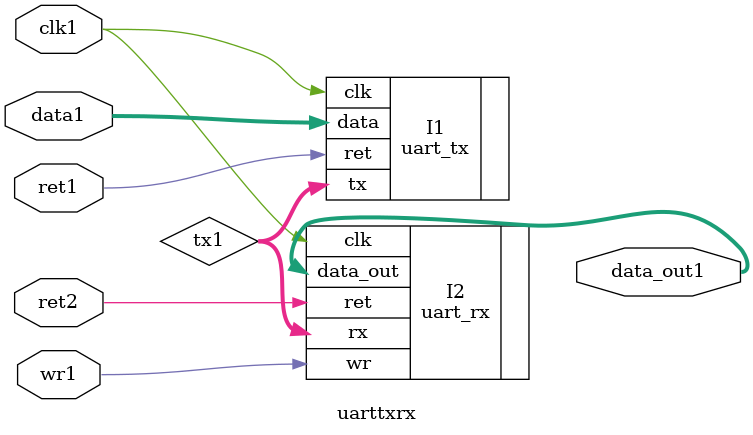
<source format=v>
`timescale 1ns / 1ps
module uarttxrx (
input clk1,ret1,wr1,ret2,
input [7:0]data1,
output [7:0]data_out1);
wire [10:0]tx1;

	uart_tx I1(.data(data1),.clk(clk1),.ret(ret1),.tx(tx1));
	uart_rx I2(.wr(wr1),.clk(clk1),.ret(ret2),.rx(tx1),.data_out(data_out1));
		
endmodule


</source>
